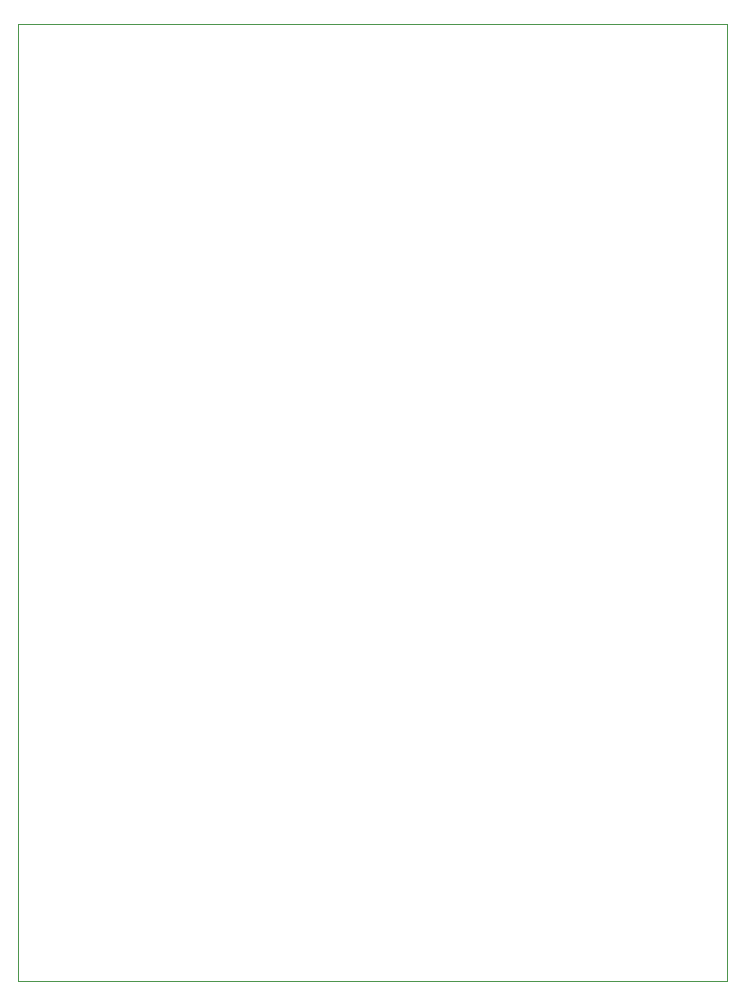
<source format=gbr>
%TF.GenerationSoftware,KiCad,Pcbnew,9.0.7*%
%TF.CreationDate,2026-02-17T23:39:54+08:00*%
%TF.ProjectId,MacroPad,4d616372-6f50-4616-942e-6b696361645f,rev?*%
%TF.SameCoordinates,Original*%
%TF.FileFunction,Profile,NP*%
%FSLAX46Y46*%
G04 Gerber Fmt 4.6, Leading zero omitted, Abs format (unit mm)*
G04 Created by KiCad (PCBNEW 9.0.7) date 2026-02-17 23:39:54*
%MOMM*%
%LPD*%
G01*
G04 APERTURE LIST*
%TA.AperFunction,Profile*%
%ADD10C,0.050000*%
%TD*%
G04 APERTURE END LIST*
D10*
X84500000Y-43500000D02*
X144500000Y-43500000D01*
X144500000Y-124500000D01*
X84500000Y-124500000D01*
X84500000Y-43500000D01*
M02*

</source>
